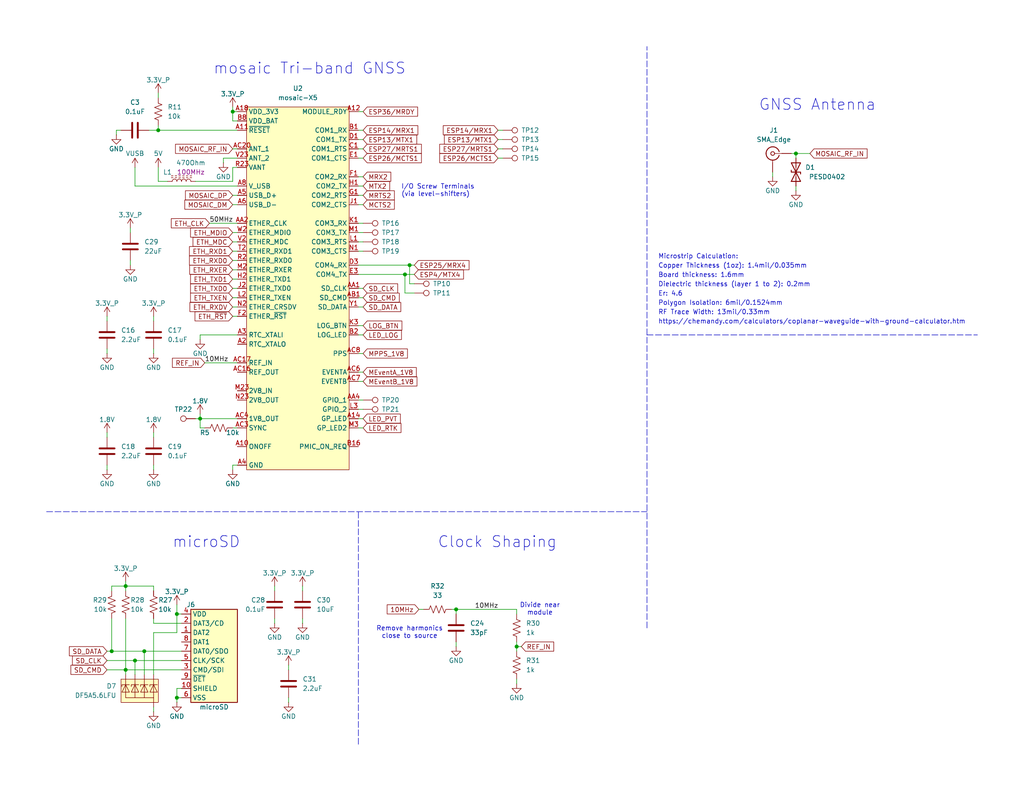
<source format=kicad_sch>
(kicad_sch (version 20231120) (generator "eeschema") (generator_version "8.0")
  (paper "USLetter")
  (junction (at 34.29 182.88))
  (junction (at 34.29 160.02))
  (junction (at 111.76 72.39))
  (junction (at 63.5 30.48))
  (junction (at 110.49 74.93))
  (junction (at 36.83 180.34))
  (junction (at 48.26 167.64))
  (junction (at 140.97 176.53))
  (junction (at 124.46 166.37))
  (junction (at 48.26 190.5))
  (junction (at 217.17 41.91))
  (junction (at 54.61 114.3))
  (junction (at 39.37 177.8))
  (junction (at 43.18 35.56))
  (junction (at 30.48 177.8))
  (wire (pts (xy 97.79 91.44) (xy 99.06 91.44)))
  (wire (pts (xy 140.97 185.42) (xy 140.97 186.69)))
  (wire (pts (xy 97.79 78.74) (xy 99.06 78.74)))
  (wire (pts (xy 57.15 60.96) (xy 64.77 60.96)))
  (wire (pts (xy 63.5 53.34) (xy 64.77 53.34)))
  (wire (pts (xy 113.03 80.01) (xy 110.49 80.01)))
  (wire (pts (xy 29.21 87.63) (xy 29.21 86.36)))
  (wire (pts (xy 78.74 191.77) (xy 78.74 190.5)))
  (wire (pts (xy 74.93 160.02) (xy 74.93 161.29)))
  (wire (pts (xy 97.79 53.34) (xy 99.06 53.34)))
  (wire (pts (xy 64.77 45.72) (xy 63.5 45.72)))
  (wire (pts (xy 217.17 41.91) (xy 217.17 43.18)))
  (wire (pts (xy 63.5 30.48) (xy 63.5 29.21)))
  (wire (pts (xy 64.77 114.3) (xy 54.61 114.3)))
  (polyline (pts (xy 97.79 203.2) (xy 97.79 139.7)) (stroke (width 0) (type dash)))
  (wire (pts (xy 97.79 96.52) (xy 99.06 96.52)))
  (wire (pts (xy 63.5 40.64) (xy 64.77 40.64)))
  (wire (pts (xy 39.37 177.8) (xy 49.53 177.8)))
  (wire (pts (xy 63.5 68.58) (xy 64.77 68.58)))
  (wire (pts (xy 97.79 83.82) (xy 99.06 83.82)))
  (wire (pts (xy 43.18 34.29) (xy 43.18 35.56)))
  (wire (pts (xy 110.49 80.01) (xy 110.49 74.93)))
  (wire (pts (xy 97.79 66.04) (xy 99.06 66.04)))
  (wire (pts (xy 41.91 184.15) (xy 41.91 172.72)))
  (wire (pts (xy 97.79 55.88) (xy 99.06 55.88)))
  (wire (pts (xy 111.76 72.39) (xy 113.03 72.39)))
  (wire (pts (xy 54.61 114.3) (xy 54.61 113.03)))
  (wire (pts (xy 63.5 127) (xy 63.5 128.27)))
  (wire (pts (xy 63.5 66.04) (xy 64.77 66.04)))
  (wire (pts (xy 60.96 43.18) (xy 64.77 43.18)))
  (wire (pts (xy 29.21 118.11) (xy 29.21 119.38)))
  (wire (pts (xy 99.06 50.8) (xy 97.79 50.8)))
  (wire (pts (xy 64.77 127) (xy 63.5 127)))
  (wire (pts (xy 63.5 83.82) (xy 64.77 83.82)))
  (wire (pts (xy 30.48 161.29) (xy 30.48 160.02)))
  (wire (pts (xy 97.79 111.76) (xy 99.06 111.76)))
  (wire (pts (xy 74.93 168.91) (xy 74.93 170.18)))
  (wire (pts (xy 97.79 74.93) (xy 110.49 74.93)))
  (wire (pts (xy 64.77 30.48) (xy 63.5 30.48)))
  (wire (pts (xy 36.83 45.72) (xy 36.83 50.8)))
  (wire (pts (xy 97.79 35.56) (xy 99.06 35.56)))
  (wire (pts (xy 97.79 88.9) (xy 99.06 88.9)))
  (wire (pts (xy 210.82 48.26) (xy 210.82 46.99)))
  (wire (pts (xy 97.79 114.3) (xy 99.06 114.3)))
  (wire (pts (xy 135.89 38.1) (xy 137.16 38.1)))
  (wire (pts (xy 63.5 116.84) (xy 64.77 116.84)))
  (wire (pts (xy 34.29 182.88) (xy 34.29 184.15)))
  (wire (pts (xy 39.37 177.8) (xy 39.37 184.15)))
  (wire (pts (xy 35.56 63.5) (xy 35.56 62.23)))
  (wire (pts (xy 29.21 182.88) (xy 34.29 182.88)))
  (wire (pts (xy 82.55 168.91) (xy 82.55 170.18)))
  (wire (pts (xy 35.56 72.39) (xy 35.56 71.12)))
  (wire (pts (xy 97.79 72.39) (xy 111.76 72.39)))
  (wire (pts (xy 63.5 71.12) (xy 64.77 71.12)))
  (wire (pts (xy 123.19 166.37) (xy 124.46 166.37)))
  (wire (pts (xy 63.5 86.36) (xy 64.77 86.36)))
  (wire (pts (xy 54.61 116.84) (xy 54.61 114.3)))
  (wire (pts (xy 34.29 158.75) (xy 34.29 160.02)))
  (wire (pts (xy 124.46 166.37) (xy 140.97 166.37)))
  (wire (pts (xy 41.91 87.63) (xy 41.91 86.36)))
  (wire (pts (xy 36.83 180.34) (xy 36.83 184.15)))
  (wire (pts (xy 34.29 160.02) (xy 34.29 161.29)))
  (wire (pts (xy 140.97 167.64) (xy 140.97 166.37)))
  (wire (pts (xy 33.02 35.56) (xy 31.75 35.56)))
  (wire (pts (xy 34.29 160.02) (xy 41.91 160.02)))
  (wire (pts (xy 41.91 172.72) (xy 48.26 172.72)))
  (wire (pts (xy 97.79 30.48) (xy 99.06 30.48)))
  (wire (pts (xy 45.72 49.53) (xy 43.18 49.53)))
  (wire (pts (xy 41.91 170.18) (xy 49.53 170.18)))
  (wire (pts (xy 63.5 55.88) (xy 64.77 55.88)))
  (wire (pts (xy 54.61 91.44) (xy 54.61 92.71)))
  (wire (pts (xy 124.46 166.37) (xy 124.46 167.64)))
  (wire (pts (xy 34.29 168.91) (xy 34.29 182.88)))
  (wire (pts (xy 30.48 160.02) (xy 34.29 160.02)))
  (wire (pts (xy 36.83 50.8) (xy 64.77 50.8)))
  (wire (pts (xy 97.79 40.64) (xy 99.06 40.64)))
  (wire (pts (xy 30.48 177.8) (xy 39.37 177.8)))
  (wire (pts (xy 48.26 187.96) (xy 48.26 190.5)))
  (wire (pts (xy 53.34 114.3) (xy 54.61 114.3)))
  (wire (pts (xy 30.48 168.91) (xy 30.48 177.8)))
  (wire (pts (xy 63.5 81.28) (xy 64.77 81.28)))
  (wire (pts (xy 31.75 35.56) (xy 31.75 36.83)))
  (wire (pts (xy 41.91 128.27) (xy 41.91 127)))
  (wire (pts (xy 99.06 48.26) (xy 97.79 48.26)))
  (wire (pts (xy 63.5 76.2) (xy 64.77 76.2)))
  (polyline (pts (xy 12.7 139.7) (xy 176.53 139.7)) (stroke (width 0) (type dash)))
  (wire (pts (xy 97.79 109.22) (xy 99.06 109.22)))
  (wire (pts (xy 55.88 116.84) (xy 54.61 116.84)))
  (wire (pts (xy 135.89 35.56) (xy 137.16 35.56)))
  (wire (pts (xy 97.79 116.84) (xy 99.06 116.84)))
  (wire (pts (xy 124.46 175.26) (xy 124.46 176.53)))
  (wire (pts (xy 55.88 99.06) (xy 64.77 99.06)))
  (wire (pts (xy 99.06 60.96) (xy 97.79 60.96)))
  (wire (pts (xy 97.79 104.14) (xy 99.06 104.14)))
  (wire (pts (xy 48.26 167.64) (xy 48.26 172.72)))
  (wire (pts (xy 217.17 41.91) (xy 220.98 41.91)))
  (wire (pts (xy 29.21 177.8) (xy 30.48 177.8)))
  (wire (pts (xy 135.89 43.18) (xy 137.16 43.18)))
  (wire (pts (xy 111.76 77.47) (xy 111.76 72.39)))
  (wire (pts (xy 48.26 167.64) (xy 49.53 167.64)))
  (wire (pts (xy 40.64 35.56) (xy 43.18 35.56)))
  (wire (pts (xy 63.5 73.66) (xy 64.77 73.66)))
  (wire (pts (xy 48.26 165.1) (xy 48.26 167.64)))
  (wire (pts (xy 97.79 43.18) (xy 99.06 43.18)))
  (wire (pts (xy 215.9 41.91) (xy 217.17 41.91)))
  (wire (pts (xy 43.18 45.72) (xy 43.18 49.53)))
  (wire (pts (xy 78.74 182.88) (xy 78.74 181.61)))
  (wire (pts (xy 135.89 40.64) (xy 137.16 40.64)))
  (wire (pts (xy 43.18 35.56) (xy 64.77 35.56)))
  (wire (pts (xy 140.97 175.26) (xy 140.97 176.53)))
  (wire (pts (xy 49.53 187.96) (xy 48.26 187.96)))
  (wire (pts (xy 110.49 74.93) (xy 113.03 74.93)))
  (wire (pts (xy 43.18 25.4) (xy 43.18 26.67)))
  (wire (pts (xy 41.91 160.02) (xy 41.91 161.29)))
  (wire (pts (xy 41.91 193.04) (xy 41.91 194.31)))
  (polyline (pts (xy 176.53 171.45) (xy 176.53 12.7)) (stroke (width 0) (type dash)))
  (wire (pts (xy 82.55 160.02) (xy 82.55 161.29)))
  (polyline (pts (xy 176.53 91.44) (xy 266.7 91.44)) (stroke (width 0) (type dash)))
  (wire (pts (xy 60.96 43.18) (xy 60.96 44.45)))
  (wire (pts (xy 113.03 77.47) (xy 111.76 77.47)))
  (wire (pts (xy 63.5 30.48) (xy 63.5 33.02)))
  (wire (pts (xy 97.79 68.58) (xy 99.06 68.58)))
  (wire (pts (xy 29.21 96.52) (xy 29.21 95.25)))
  (wire (pts (xy 64.77 91.44) (xy 54.61 91.44)))
  (wire (pts (xy 36.83 180.34) (xy 49.53 180.34)))
  (wire (pts (xy 49.53 190.5) (xy 48.26 190.5)))
  (wire (pts (xy 217.17 52.07) (xy 217.17 50.8)))
  (wire (pts (xy 97.79 38.1) (xy 99.06 38.1)))
  (wire (pts (xy 97.79 81.28) (xy 99.06 81.28)))
  (wire (pts (xy 41.91 96.52) (xy 41.91 95.25)))
  (wire (pts (xy 48.26 190.5) (xy 48.26 191.77)))
  (wire (pts (xy 114.3 166.37) (xy 115.57 166.37)))
  (wire (pts (xy 53.34 49.53) (xy 63.5 49.53)))
  (wire (pts (xy 29.21 180.34) (xy 36.83 180.34)))
  (wire (pts (xy 140.97 176.53) (xy 142.24 176.53)))
  (wire (pts (xy 63.5 78.74) (xy 64.77 78.74)))
  (wire (pts (xy 29.21 128.27) (xy 29.21 127)))
  (wire (pts (xy 97.79 101.6) (xy 99.06 101.6)))
  (wire (pts (xy 34.29 182.88) (xy 49.53 182.88)))
  (wire (pts (xy 99.06 63.5) (xy 97.79 63.5)))
  (wire (pts (xy 41.91 168.91) (xy 41.91 170.18)))
  (wire (pts (xy 63.5 33.02) (xy 64.77 33.02)))
  (wire (pts (xy 140.97 176.53) (xy 140.97 177.8)))
  (wire (pts (xy 41.91 118.11) (xy 41.91 119.38)))
  (wire (pts (xy 63.5 63.5) (xy 64.77 63.5)))
  (wire (pts (xy 63.5 45.72) (xy 63.5 49.53)))
  (text "Er: 4.6" (at 179.578 81.026 0) (effects (font (size 1.27 1.27)) (justify left bottom)))
  (text "Polygon Isolation: 6mil/0.1524mm" (at 179.578 83.566 0) (effects (font (size 1.27 1.27)) (justify left bottom)))
  (text "Remove harmonics\nclose to source" (at 111.76 172.72 0) (effects (font (size 1.27 1.27))))
  (text "Dielectric thickness (layer 1 to 2): 0.2mm" (at 179.578 78.486 0) (effects (font (size 1.27 1.27)) (justify left bottom)))
  (text "Clock Shaping" (at 119.38 149.86 0) (effects (font (size 3 3)) (justify left bottom)))
  (text "Board thickness: 1.6mm" (at 179.578 75.946 0) (effects (font (size 1.27 1.27)) (justify left bottom)))
  (text "mosaic Tri-band GNSS\n" (at 58.166 20.574 0) (effects (font (size 3 3)) (justify left bottom)))
  (text "Microstrip Calculation:" (at 179.578 70.866 0) (effects (font (size 1.27 1.27)) (justify left bottom)))
  (text "I/O Screw Terminals\n(via level-shifters)" (at 109.474 53.848 0) (effects (font (size 1.27 1.27)) (justify left bottom)))
  (text "https://chemandy.com/calculators/coplanar-waveguide-with-ground-calculator.htm" (at 179.578 88.646 0) (effects (font (size 1.27 1.27)) (justify left bottom)))
  (text "Copper Thickness (1oz): 1.4mil/0.035mm" (at 179.578 73.406 0) (effects (font (size 1.27 1.27)) (justify left bottom)))
  (text "Divide near\nmodule" (at 147.32 166.37 0) (effects (font (size 1.27 1.27))))
  (text "GNSS Antenna\n" (at 207.01 30.48 0) (effects (font (size 3 3)) (justify left bottom)))
  (text "microSD" (at 46.99 149.86 0) (effects (font (size 3 3)) (justify left bottom)))
  (text "RF Trace Width: 13mil/0.33mm" (at 179.578 86.106 0) (effects (font (size 1.27 1.27)) (justify left bottom)))
  (label "50MHz" (at 57.15 60.96 0))
  (label "10MHz" (at 129.54 166.37 0))
  (label "10MHz" (at 55.88 99.06 0))
  (global_label "MOSAIC_DP" (shape input) (at 63.5 53.34 180) (property "Intersheetrefs" "${INTERSHEET_REFS}" (effects (hide yes))))
  (global_label "ESP14{slash}MRX1" (shape input) (at 99.06 35.56 0) (property "Intersheetrefs" "${INTERSHEET_REFS}" (effects (hide yes))))
  (global_label "ESP26{slash}MCTS1" (shape input) (at 99.06 43.18 0) (property "Intersheetrefs" "${INTERSHEET_REFS}" (effects (hide yes))))
  (global_label "ESP25{slash}MRX4" (shape input) (at 113.03 72.39 0) (property "Intersheetrefs" "${INTERSHEET_REFS}" (effects (hide yes))))
  (global_label "ESP13{slash}MTX1" (shape input) (at 135.89 38.1 180) (property "Intersheetrefs" "${INTERSHEET_REFS}" (effects (hide yes))))
  (global_label "SD_CLK" (shape input) (at 29.21 180.34 180) (property "Intersheetrefs" "${INTERSHEET_REFS}" (effects (hide yes))))
  (global_label "SD_DATA" (shape input) (at 99.06 83.82 0) (property "Intersheetrefs" "${INTERSHEET_REFS}" (effects (hide yes))))
  (global_label "ESP26{slash}MCTS1" (shape input) (at 135.89 43.18 180) (property "Intersheetrefs" "${INTERSHEET_REFS}" (effects (hide yes))))
  (global_label "ETH_RXD1" (shape input) (at 63.5 68.58 180) (property "Intersheetrefs" "${INTERSHEET_REFS}" (effects (hide yes))))
  (global_label "ESP14{slash}MRX1" (shape input) (at 135.89 35.56 180) (property "Intersheetrefs" "${INTERSHEET_REFS}" (effects (hide yes))))
  (global_label "MCTS2" (shape input) (at 99.06 55.88 0) (property "Intersheetrefs" "${INTERSHEET_REFS}" (effects (hide yes))))
  (global_label "ESP27{slash}MRTS1" (shape input) (at 99.06 40.64 0) (property "Intersheetrefs" "${INTERSHEET_REFS}" (effects (hide yes))))
  (global_label "ESP36{slash}MRDY" (shape input) (at 99.06 30.48 0) (property "Intersheetrefs" "${INTERSHEET_REFS}" (effects (hide yes))))
  (global_label "10MHz" (shape input) (at 114.3 166.37 180) (property "Intersheetrefs" "${INTERSHEET_REFS}" (effects (hide yes))))
  (global_label "ESP27{slash}MRTS1" (shape input) (at 135.89 40.64 180) (property "Intersheetrefs" "${INTERSHEET_REFS}" (effects (hide yes))))
  (global_label "MPPS_1V8" (shape input) (at 99.06 96.52 0) (property "Intersheetrefs" "${INTERSHEET_REFS}" (effects (hide yes))))
  (global_label "MEventA_1V8" (shape input) (at 99.06 101.6 0) (property "Intersheetrefs" "${INTERSHEET_REFS}" (effects (hide yes))))
  (global_label "ETH_TXD1" (shape input) (at 63.5 76.2 180) (property "Intersheetrefs" "${INTERSHEET_REFS}" (effects (hide yes))))
  (global_label "MOSAIC_DM" (shape input) (at 63.5 55.88 180) (property "Intersheetrefs" "${INTERSHEET_REFS}" (effects (hide yes))))
  (global_label "MEventB_1V8" (shape input) (at 99.06 104.14 0) (property "Intersheetrefs" "${INTERSHEET_REFS}" (effects (hide yes))))
  (global_label "ETH_MDIO" (shape input) (at 63.5 63.5 180) (property "Intersheetrefs" "${INTERSHEET_REFS}" (effects (hide yes))))
  (global_label "SD_DATA" (shape input) (at 29.21 177.8 180) (property "Intersheetrefs" "${INTERSHEET_REFS}" (effects (hide yes))))
  (global_label "ETH_MDC" (shape input) (at 63.5 66.04 180) (property "Intersheetrefs" "${INTERSHEET_REFS}" (effects (hide yes))))
  (global_label "LED_PVT" (shape input) (at 99.06 114.3 0) (property "Intersheetrefs" "${INTERSHEET_REFS}" (effects (hide yes))))
  (global_label "ETH_TXD0" (shape input) (at 63.5 78.74 180) (property "Intersheetrefs" "${INTERSHEET_REFS}" (effects (hide yes))))
  (global_label "ETH_TXEN" (shape input) (at 63.5 81.28 180) (property "Intersheetrefs" "${INTERSHEET_REFS}" (effects (hide yes))))
  (global_label "ETH_CLK" (shape input) (at 57.15 60.96 180) (property "Intersheetrefs" "${INTERSHEET_REFS}" (effects (hide yes))))
  (global_label "REF_IN" (shape input) (at 55.88 99.06 180) (property "Intersheetrefs" "${INTERSHEET_REFS}" (effects (hide yes))))
  (global_label "MTX2" (shape input) (at 99.06 50.8 0) (property "Intersheetrefs" "${INTERSHEET_REFS}" (effects (hide yes))))
  (global_label "ESP4{slash}MTX4" (shape input) (at 113.03 74.93 0) (property "Intersheetrefs" "${INTERSHEET_REFS}" (effects (hide yes))))
  (global_label "ETH_RXER" (shape input) (at 63.5 73.66 180) (property "Intersheetrefs" "${INTERSHEET_REFS}" (effects (hide yes))))
  (global_label "LOG_BTN" (shape input) (at 99.06 88.9 0) (property "Intersheetrefs" "${INTERSHEET_REFS}" (effects (hide yes))))
  (global_label "SD_CMD" (shape input) (at 99.06 81.28 0) (property "Intersheetrefs" "${INTERSHEET_REFS}" (effects (hide yes))))
  (global_label "LED_RTK" (shape input) (at 99.06 116.84 0) (property "Intersheetrefs" "${INTERSHEET_REFS}" (effects (hide yes))))
  (global_label "MRTS2" (shape input) (at 99.06 53.34 0) (property "Intersheetrefs" "${INTERSHEET_REFS}" (effects (hide yes))))
  (global_label "ETH_RXDV" (shape input) (at 63.5 83.82 180) (property "Intersheetrefs" "${INTERSHEET_REFS}" (effects (hide yes))))
  (global_label "SD_CLK" (shape input) (at 99.06 78.74 0) (property "Intersheetrefs" "${INTERSHEET_REFS}" (effects (hide yes))))
  (global_label "ETH_~{RST}" (shape input) (at 63.5 86.36 180) (property "Intersheetrefs" "${INTERSHEET_REFS}" (effects (hide yes))))
  (global_label "ESP13{slash}MTX1" (shape input) (at 99.06 38.1 0) (property "Intersheetrefs" "${INTERSHEET_REFS}" (effects (hide yes))))
  (global_label "MRX2" (shape input) (at 99.06 48.26 0) (property "Intersheetrefs" "${INTERSHEET_REFS}" (effects (hide yes))))
  (global_label "MOSAIC_RF_IN" (shape input) (at 63.5 40.64 180) (property "Intersheetrefs" "${INTERSHEET_REFS}" (effects (hide yes))))
  (global_label "ETH_RXD0" (shape input) (at 63.5 71.12 180) (property "Intersheetrefs" "${INTERSHEET_REFS}" (effects (hide yes))))
  (global_label "REF_IN" (shape input) (at 142.24 176.53 0) (property "Intersheetrefs" "${INTERSHEET_REFS}" (effects (hide yes))))
  (global_label "LED_LOG" (shape input) (at 99.06 91.44 0) (property "Intersheetrefs" "${INTERSHEET_REFS}" (effects (hide yes))))
  (global_label "MOSAIC_RF_IN" (shape input) (at 220.98 41.91 0) (property "Intersheetrefs" "${INTERSHEET_REFS}" (effects (hide yes))))
  (global_label "SD_CMD" (shape input) (at 29.21 182.88 180) (property "Intersheetrefs" "${INTERSHEET_REFS}" (effects (hide yes))))
  (symbol (lib_id "SparkFun-PowerSymbol:3.3V_P") (at 78.74 181.61 0) (unit 1)
    (property "Reference" "#PWR0107" (effects (hide yes)))
    (property "Value" "3.3V_P" (at 78.74 178.054 0))
    (property "Description" "Power symbol creates a global label with name \"3.3V_P\"" (effects (hide yes)))
  )
  (symbol (lib_id "SparkFun-Resistor:10k_0603") (at 30.48 165.1 90) (mirror x) (unit 1)
    (property "Reference" "R29" (at 29.21 163.83 90) (effects (justify left)))
    (property "Value" "10k" (at 29.21 166.37 90) (effects (justify left)))
    (property "Footprint" "SparkFun-Resistor:R_0603_1608Metric" (effects (hide yes)))
    (property "Datasheet" "https://www.vishay.com/docs/20035/dcrcwe3.pdf" (effects (hide yes)))
    (property "Description" "Resistor" (effects (hide yes)))
    (property "PROD_ID" "RES-00824" (effects (hide yes)))
  )
  (symbol (lib_id "SparkFun-DiscreteSemi:D_TVS_0402") (at 217.17 46.99 90) (unit 1)
    (property "Reference" "D1" (at 219.71 45.72 90) (effects (justify right)))
    (property "Value" " PESD0402" (at 219.71 48.26 90) (effects (justify right)))
    (property "Footprint" "SparkFun-Capacitor:C_0402_1005Metric" (effects (hide yes)))
    (property "Datasheet" "https://www.littelfuse.com/~/media/electronics/product_specifications/polymer_esd_suppressors/littelfuse_polymer_esd_suppressor_pesd0402_140_product_specification.pdf.pdf" (effects (hide yes)))
    (property "Description" "Bidirectional transient-voltage-suppression diode" (effects (hide yes)))
    (property "PROD_ID" "DIO-15359" (effects (hide yes)))
  )
  (symbol (lib_id "SparkFun-Connector:TestPoint_PTH") (at 137.16 43.18 270) (unit 1)
    (property "Reference" "TP15" (at 142.24 43.1799 90) (effects (justify left)))
    (property "Value" "PTH" (effects (hide yes)))
    (property "Footprint" "SparkFun-Connector:1x01" (effects (hide yes)))
    (property "Description" "Test Point" (effects (hide yes)))
  )
  (symbol (lib_id "power:GND") (at 31.75 36.83 0) (unit 1)
    (property "Reference" "#PWR040" (effects (hide yes)))
    (property "Value" "GND" (at 31.75 40.64 0))
    (property "Description" "Power symbol creates a global label with name \"GND\" , ground" (effects (hide yes)))
  )
  (symbol (lib_id "power:GND") (at 41.91 96.52 0) (unit 1)
    (property "Reference" "#PWR0103" (effects (hide yes)))
    (property "Value" "GND" (at 41.91 100.33 0))
    (property "Description" "Power symbol creates a global label with name \"GND\" , ground" (effects (hide yes)))
    (instances (project "SparkFun_BlueSMiRF-ESP32" (path "" (reference "#PWR0103") (unit 1))) (project "SparkFun_RTK_Facet_mosaic" (path "" (reference "#PWR091") (unit 1))))
  )
  (symbol (lib_id "SparkFun-GPS:mosaic-X5") (at 81.28 72.39 0) (unit 1)
    (property "Reference" "U2" (at 81.28 24.13 0))
    (property "Value" "mosaic-X5" (at 81.28 26.67 0))
    (property "Footprint" "SparkFun-GPS:MOSAIC_LGA" (effects (hide yes)))
    (property "Description" "Tri-band GNSS receiver" (effects (hide yes)))
    (property "PROD_ID" "GPS-19395" (effects (hide yes)))
  )
  (symbol (lib_id "SparkFun-Coil:470Ohm_0603_1.0A") (at 49.53 49.53 0) (unit 1)
    (property "Reference" "L1" (at 45.72 46.99 0))
    (property "Value" "470Ohm" (at 52.07 44.45 0))
    (property "Footprint" "SparkFun-Capacitor:C_0603_1608Metric" (effects (hide yes)))
    (property "Datasheet" "http://www.murata.com/en-global/api/pdfdownloadapi?cate=luNoiseSupprFilteChipFerriBead&partno=BLM18PG471SN1%23" (effects (hide yes)))
    (property "Description" "Inductor" (effects (hide yes)))
    (property "PROD_ID" "NDUC-12579" (effects (hide yes)))
    (property "Frequency" "100MHz" (at 52.07 46.99 0))
  )
  (symbol (lib_id "SparkFun-Connector:TestPoint_PTH") (at 137.16 35.56 270) (unit 1)
    (property "Reference" "TP12" (at 142.24 35.5599 90) (effects (justify left)))
    (property "Value" "PTH" (effects (hide yes)))
    (property "Footprint" "SparkFun-Connector:1x01" (effects (hide yes)))
    (property "Description" "Test Point" (effects (hide yes)))
  )
  (symbol (lib_id "SparkFun-PowerSymbol:5V") (at 43.18 45.72 0) (unit 1)
    (property "Reference" "#PWR08" (effects (hide yes)))
    (property "Value" "5V" (at 43.18 41.91 0))
    (property "Description" "Power symbol creates a global label with name \"5V\"" (effects (hide yes)))
  )
  (symbol (lib_id "SparkFun-DiscreteSemi:D_TVS_ESD_4_HS") (at 36.83 187.96 0) (unit 1)
    (property "Reference" "D7" (at 31.75 187.3249 0) (effects (justify right)))
    (property "Value" "DF5A5.6LFU" (at 31.75 189.8649 0) (effects (justify right)))
    (property "Footprint" "SparkFun-Semiconductor-Standard:SOT-353" (effects (hide yes)))
    (property "Datasheet" "https://toshiba.semicon-storage.com/info/DF5A5.6LFU_datasheet_en_20140301.pdf?did=22260&prodName=DF5A5.6LFU" (effects (hide yes)))
    (property "Description" "Low capacitance microSD unidirectional quadruple ESD protection diode array, 3.3V, Common Anode, SOT-353" (effects (hide yes)))
    (property "PROD_ID" "DIO-20454" (effects (hide yes)))
  )
  (symbol (lib_id "SparkFun-Resistor:10k_0603") (at 59.69 116.84 0) (unit 1)
    (property "Reference" "R5" (at 55.88 118.11 0))
    (property "Value" "10k" (at 63.5 118.11 0))
    (property "Footprint" "SparkFun-Resistor:R_0603_1608Metric" (effects (hide yes)))
    (property "Datasheet" "https://www.vishay.com/docs/20035/dcrcwe3.pdf" (effects (hide yes)))
    (property "Description" "Resistor" (effects (hide yes)))
    (property "PROD_ID" "RES-00824" (effects (hide yes)))
  )
  (symbol (lib_id "power:GND") (at 54.61 92.71 0) (unit 1)
    (property "Reference" "#PWR0103" (effects (hide yes)))
    (property "Value" "GND" (at 54.61 96.52 0))
    (property "Description" "Power symbol creates a global label with name \"GND\" , ground" (effects (hide yes)))
    (instances (project "SparkFun_BlueSMiRF-ESP32" (path "" (reference "#PWR0103") (unit 1))) (project "SparkFun_RTK_Facet_mosaic" (path "" (reference "#PWR012") (unit 1))))
  )
  (symbol (lib_id "power:GND") (at 29.21 96.52 0) (unit 1)
    (property "Reference" "#PWR0103" (effects (hide yes)))
    (property "Value" "GND" (at 29.21 100.33 0))
    (property "Description" "Power symbol creates a global label with name \"GND\" , ground" (effects (hide yes)))
    (instances (project "SparkFun_BlueSMiRF-ESP32" (path "" (reference "#PWR0103") (unit 1))) (project "SparkFun_RTK_Facet_mosaic" (path "" (reference "#PWR089") (unit 1))))
  )
  (symbol (lib_id "SparkFun-Connector:TestPoint_PTH") (at 99.06 109.22 270) (mirror x) (unit 1)
    (property "Reference" "TP20" (at 104.14 109.2199 90) (effects (justify left)))
    (property "Value" "PTH" (effects (hide yes)))
    (property "Footprint" "SparkFun-Connector:1x01" (effects (hide yes)))
    (property "Description" "Test Point" (effects (hide yes)))
  )
  (symbol (lib_id "power:GND") (at 41.91 194.31 0) (unit 1)
    (property "Reference" "#PWR067" (effects (hide yes)))
    (property "Value" "GND" (at 41.91 198.12 0))
    (property "Description" "Power symbol creates a global label with name \"GND\" , ground" (effects (hide yes)))
  )
  (symbol (lib_id "SparkFun-Connector:TestPoint_PTH") (at 99.06 66.04 270) (mirror x) (unit 1)
    (property "Reference" "TP18" (at 104.14 66.0399 90) (effects (justify left)))
    (property "Value" "PTH" (effects (hide yes)))
    (property "Footprint" "SparkFun-Connector:1x01" (effects (hide yes)))
    (property "Description" "Test Point" (effects (hide yes)))
  )
  (symbol (lib_id "power:GND") (at 82.55 170.18 0) (unit 1)
    (property "Reference" "#PWR093" (effects (hide yes)))
    (property "Value" "GND" (at 82.55 173.99 0))
    (property "Description" "Power symbol creates a global label with name \"GND\" , ground" (effects (hide yes)))
  )
  (symbol (lib_id "SparkFun-Capacitor:0.1uF_0603_25V_20%") (at 41.91 123.19 0) (unit 1)
    (property "Reference" "C19" (at 45.72 121.9199 0) (effects (justify left)))
    (property "Value" "0.1uF" (at 45.72 124.4599 0) (effects (justify left)))
    (property "Footprint" "SparkFun-Capacitor:C_0603_1608Metric" (effects (hide yes)))
    (property "Datasheet" "https://cdn.sparkfun.com/assets/8/a/4/a/5/Kemet_Capacitor_Datasheet.pdf" (effects (hide yes)))
    (property "Description" "Unpolarized capacitor" (effects (hide yes)))
    (property "PROD_ID" "CAP-00810" (effects (hide yes)))
    (property "Voltage" "25V" (effects (hide yes)))
    (property "Tolerance" "20%" (effects (hide yes)))
  )
  (symbol (lib_id "SparkFun-Connector:TestPoint_PTH") (at 53.34 114.3 90) (unit 1)
    (property "Reference" "TP22" (at 50.038 111.76 90))
    (property "Value" "PTH" (effects (hide yes)))
    (property "Footprint" "SparkFun-Connector:1x01" (effects (hide yes)))
    (property "Description" "Test Point" (effects (hide yes)))
  )
  (symbol (lib_id "SparkFun-Connector:TestPoint_PTH") (at 99.06 63.5 270) (mirror x) (unit 1)
    (property "Reference" "TP17" (at 104.14 63.4999 90) (effects (justify left)))
    (property "Value" "PTH" (effects (hide yes)))
    (property "Footprint" "SparkFun-Connector:1x01" (effects (hide yes)))
    (property "Description" "Test Point" (effects (hide yes)))
  )
  (symbol (lib_id "power:GND") (at 63.5 128.27 0) (unit 1)
    (property "Reference" "#PWR0103" (effects (hide yes)))
    (property "Value" "GND" (at 63.5 132.08 0))
    (property "Description" "Power symbol creates a global label with name \"GND\" , ground" (effects (hide yes)))
    (instances (project "SparkFun_BlueSMiRF-ESP32" (path "" (reference "#PWR0103") (unit 1))) (project "SparkFun_RTK_Facet_mosaic" (path "" (reference "#PWR079") (unit 1))))
  )
  (symbol (lib_id "power:GND") (at 35.56 72.39 0) (unit 1)
    (property "Reference" "#PWR0103" (effects (hide yes)))
    (property "Value" "GND" (at 35.56 76.2 0))
    (property "Description" "Power symbol creates a global label with name \"GND\" , ground" (effects (hide yes)))
    (instances (project "SparkFun_BlueSMiRF-ESP32" (path "" (reference "#PWR0103") (unit 1))) (project "SparkFun_RTK_Facet_mosaic" (path "" (reference "#PWR011") (unit 1))))
  )
  (symbol (lib_id "SparkFun-PowerSymbol:3.3V_P") (at 41.91 86.36 0) (unit 1)
    (property "Reference" "#PWR088" (effects (hide yes)))
    (property "Value" "3.3V_P" (at 41.91 82.804 0))
    (property "Description" "Power symbol creates a global label with name \"3.3V_P\"" (effects (hide yes)))
  )
  (symbol (lib_id "SparkFun-Connector:TestPoint_PTH") (at 99.06 60.96 270) (mirror x) (unit 1)
    (property "Reference" "TP16" (at 104.14 60.9599 90) (effects (justify left)))
    (property "Value" "PTH" (effects (hide yes)))
    (property "Footprint" "SparkFun-Connector:1x01" (effects (hide yes)))
    (property "Description" "Test Point" (effects (hide yes)))
  )
  (symbol (lib_id "SparkFun-PowerSymbol:1.8V") (at 29.21 118.11 0) (unit 1)
    (property "Reference" "#PWR064" (effects (hide yes)))
    (property "Value" "1.8V" (at 29.21 114.554 0))
    (property "Description" "Power symbol creates a global label with name \"1.8V\"" (effects (hide yes)))
  )
  (symbol (lib_id "SparkFun-Capacitor:2.2uF_0603_10V_20%") (at 29.21 123.19 0) (mirror y) (unit 1)
    (property "Reference" "C18" (at 33.02 121.9199 0) (effects (justify right)))
    (property "Value" "2.2uF" (at 33.02 124.4599 0) (effects (justify right)))
    (property "Footprint" "SparkFun-Capacitor:C_0603_1608Metric" (effects (hide yes)))
    (property "Datasheet" "https://cdn.sparkfun.com/assets/8/a/4/a/5/Kemet_Capacitor_Datasheet.pdf" (effects (hide yes)))
    (property "Description" "Unpolarized capacitor" (effects (hide yes)))
    (property "PROD_ID" "CAP-07888" (effects (hide yes)))
    (property "Voltage" "10V" (effects (hide yes)))
    (property "Tolerance" "20%" (effects (hide yes)))
  )
  (symbol (lib_id "SparkFun-Resistor:1k_0603") (at 140.97 181.61 90) (unit 1)
    (property "Reference" "R31" (at 143.51 180.3399 90) (effects (justify right)))
    (property "Value" "1k" (at 143.51 182.8799 90) (effects (justify right)))
    (property "Footprint" "SparkFun-Resistor:R_0603_1608Metric" (effects (hide yes)))
    (property "Datasheet" "https://www.vishay.com/docs/20035/dcrcwe3.pdf" (effects (hide yes)))
    (property "Description" "Resistor" (effects (hide yes)))
    (property "PROD_ID" "RES-07856" (effects (hide yes)))
  )
  (symbol (lib_id "SparkFun-Connector:TestPoint_PTH") (at 137.16 40.64 270) (unit 1)
    (property "Reference" "TP14" (at 142.24 40.6399 90) (effects (justify left)))
    (property "Value" "PTH" (effects (hide yes)))
    (property "Footprint" "SparkFun-Connector:1x01" (effects (hide yes)))
    (property "Description" "Test Point" (effects (hide yes)))
  )
  (symbol (lib_id "SparkFun-PowerSymbol:3.3V_P") (at 82.55 160.02 0) (unit 1)
    (property "Reference" "#PWR0106" (effects (hide yes)))
    (property "Value" "3.3V_P" (at 82.55 156.464 0))
    (property "Description" "Power symbol creates a global label with name \"3.3V_P\"" (effects (hide yes)))
  )
  (symbol (lib_id "SparkFun-PowerSymbol:VUSB") (at 36.83 45.72 0) (mirror y) (unit 1)
    (property "Reference" "#PWR010" (effects (hide yes)))
    (property "Value" "VUSB" (at 36.83 41.91 0))
    (property "Description" "Power symbol creates a global label with name \"VUSB\"" (effects (hide yes)))
  )
  (symbol (lib_id "SparkFun-Connector:TestPoint_PTH") (at 137.16 38.1 270) (unit 1)
    (property "Reference" "TP13" (at 142.24 38.0999 90) (effects (justify left)))
    (property "Value" "PTH" (effects (hide yes)))
    (property "Footprint" "SparkFun-Connector:1x01" (effects (hide yes)))
    (property "Description" "Test Point" (effects (hide yes)))
  )
  (symbol (lib_id "SparkFun-Capacitor:0.1uF_0603_25V_20%") (at 36.83 35.56 90) (unit 1)
    (property "Reference" "C3" (at 36.83 27.94 90))
    (property "Value" "0.1uF" (at 36.83 30.48 90))
    (property "Footprint" "SparkFun-Capacitor:C_0603_1608Metric" (effects (hide yes)))
    (property "Datasheet" "https://cdn.sparkfun.com/assets/8/a/4/a/5/Kemet_Capacitor_Datasheet.pdf" (effects (hide yes)))
    (property "Description" "Unpolarized capacitor" (effects (hide yes)))
    (property "PROD_ID" "CAP-00810" (effects (hide yes)))
    (property "Voltage" "25V" (effects (hide yes)))
    (property "Tolerance" "20%" (effects (hide yes)))
  )
  (symbol (lib_id "SparkFun-Capacitor:0.1uF_0603_25V_20%") (at 41.91 91.44 0) (unit 1)
    (property "Reference" "C17" (at 45.72 90.1699 0) (effects (justify left)))
    (property "Value" "0.1uF" (at 45.72 92.7099 0) (effects (justify left)))
    (property "Footprint" "SparkFun-Capacitor:C_0603_1608Metric" (effects (hide yes)))
    (property "Datasheet" "https://cdn.sparkfun.com/assets/8/a/4/a/5/Kemet_Capacitor_Datasheet.pdf" (effects (hide yes)))
    (property "Description" "Unpolarized capacitor" (effects (hide yes)))
    (property "PROD_ID" "CAP-00810" (effects (hide yes)))
    (property "Voltage" "25V" (effects (hide yes)))
    (property "Tolerance" "20%" (effects (hide yes)))
  )
  (symbol (lib_id "SparkFun-PowerSymbol:3.3V_P") (at 63.5 29.21 0) (unit 1)
    (property "Reference" "#PWR014" (effects (hide yes)))
    (property "Value" "3.3V_P" (at 63.5 25.654 0))
    (property "Description" "Power symbol creates a global label with name \"3.3V_P\"" (effects (hide yes)))
  )
  (symbol (lib_id "SparkFun-Capacitor:0.1uF_0603_25V_20%") (at 74.93 165.1 0) (unit 1)
    (property "Reference" "C28" (at 72.39 163.83 0) (effects (justify right)))
    (property "Value" "0.1uF" (at 72.39 166.37 0) (effects (justify right)))
    (property "Footprint" "SparkFun-Capacitor:C_0603_1608Metric" (effects (hide yes)))
    (property "Datasheet" "https://cdn.sparkfun.com/assets/8/a/4/a/5/Kemet_Capacitor_Datasheet.pdf" (effects (hide yes)))
    (property "Description" "Unpolarized capacitor" (effects (hide yes)))
    (property "PROD_ID" "CAP-00810" (effects (hide yes)))
    (property "Voltage" "25V" (effects (hide yes)))
    (property "Tolerance" "20%" (effects (hide yes)))
  )
  (symbol (lib_id "SparkFun-Connector:TestPoint_PTH") (at 99.06 68.58 270) (mirror x) (unit 1)
    (property "Reference" "TP19" (at 104.14 68.5799 90) (effects (justify left)))
    (property "Value" "PTH" (effects (hide yes)))
    (property "Footprint" "SparkFun-Connector:1x01" (effects (hide yes)))
    (property "Description" "Test Point" (effects (hide yes)))
  )
  (symbol (lib_id "SparkFun-RF:SMA_EdgeMount") (at 210.82 41.91 0) (mirror y) (unit 1)
    (property "Reference" "J1" (at 211.1374 35.56 0))
    (property "Value" "SMA_Edge" (at 211.1374 38.1 0))
    (property "Footprint" "SparkFun-Connector:SMA_Edge" (effects (hide yes)))
    (property "Datasheet" "https://www.sparkfun.com/datasheets/Wireless/Antenna/SMA-Connector.pdf" (effects (hide yes)))
    (property "Description" "SMA PCB Edge Mount connector" (effects (hide yes)))
    (property "PROD_ID" "CONN-08289" (effects (hide yes)))
  )
  (symbol (lib_id "SparkFun-Capacitor:33pF_0603_50V_5%") (at 124.46 171.45 0) (unit 1)
    (property "Reference" "C24" (at 128.27 170.1799 0) (effects (justify left)))
    (property "Value" "33pF" (at 128.27 172.7199 0) (effects (justify left)))
    (property "Footprint" "SparkFun-Capacitor:C_0603_1608Metric" (effects (hide yes)))
    (property "Datasheet" "https://cdn.sparkfun.com/assets/8/a/4/a/5/Kemet_Capacitor_Datasheet.pdf" (effects (hide yes)))
    (property "Description" "Unpolarized capacitor" (effects (hide yes)))
    (property "PROD_ID" "CAP-10142" (effects (hide yes)))
    (property "Voltage" "50V" (effects (hide yes)))
    (property "Tolerance" "5%" (effects (hide yes)))
  )
  (symbol (lib_id "SparkFun-PowerSymbol:3.3V_P") (at 29.21 86.36 0) (unit 1)
    (property "Reference" "#PWR090" (effects (hide yes)))
    (property "Value" "3.3V_P" (at 29.21 82.804 0))
    (property "Description" "Power symbol creates a global label with name \"3.3V_P\"" (effects (hide yes)))
  )
  (symbol (lib_id "SparkFun-Resistor:33_0603") (at 119.38 166.37 0) (unit 1)
    (property "Reference" "R32" (at 119.38 160.02 0))
    (property "Value" "33" (at 119.38 162.56 0))
    (property "Footprint" "SparkFun-Resistor:R_0603_1608Metric" (effects (hide yes)))
    (property "Datasheet" "https://www.vishay.com/docs/20035/dcrcwe3.pdf" (effects (hide yes)))
    (property "Description" "Resistor" (effects (hide yes)))
    (property "PROD_ID" "RES-08270" (effects (hide yes)))
  )
  (symbol (lib_id "SparkFun-Connector:microSD_PushPush") (at 58.42 180.34 0) (unit 1)
    (property "Reference" "J6" (at 52.07 165.1 0))
    (property "Value" "microSD" (at 58.42 193.04 0))
    (property "Footprint" "SparkFun-Connector:microSD_External_Pin" (effects (hide yes)))
    (property "Datasheet" "https://datasheet.lcsc.com/lcsc/2110151630_XKB-Connectivity-XKTF-015-N_C381082.pdf" (effects (hide yes)))
    (property "Description" "Micro SD socket External Pin" (effects (hide yes)))
    (property "PROD_ID" "CONN-16110" (effects (hide yes)))
  )
  (symbol (lib_id "power:GND") (at 74.93 170.18 0) (unit 1)
    (property "Reference" "#PWR087" (effects (hide yes)))
    (property "Value" "GND" (at 74.93 173.99 0))
    (property "Description" "Power symbol creates a global label with name \"GND\" , ground" (effects (hide yes)))
  )
  (symbol (lib_id "SparkFun-PowerSymbol:1.8V") (at 54.61 113.03 0) (unit 1)
    (property "Reference" "#PWR0111" (effects (hide yes)))
    (property "Value" "1.8V" (at 54.61 109.474 0))
    (property "Description" "Power symbol creates a global label with name \"1.8V\"" (effects (hide yes)))
  )
  (symbol (lib_id "SparkFun-Connector:TestPoint_PTH") (at 113.03 77.47 270) (unit 1)
    (property "Reference" "TP10" (at 118.11 77.4699 90) (effects (justify left)))
    (property "Value" "PTH" (effects (hide yes)))
    (property "Footprint" "SparkFun-Connector:1x01" (effects (hide yes)))
    (property "Description" "Test Point" (effects (hide yes)))
  )
  (symbol (lib_id "SparkFun-PowerSymbol:3.3V_P") (at 74.93 160.02 0) (unit 1)
    (property "Reference" "#PWR0102" (effects (hide yes)))
    (property "Value" "3.3V_P" (at 74.93 156.464 0))
    (property "Description" "Power symbol creates a global label with name \"3.3V_P\"" (effects (hide yes)))
  )
  (symbol (lib_id "SparkFun-Capacitor:22uF_0603_6.3V_20%") (at 35.56 67.31 0) (unit 1)
    (property "Reference" "C29" (at 39.37 66.0399 0) (effects (justify left)))
    (property "Value" "22uF" (at 39.37 68.5799 0) (effects (justify left)))
    (property "Footprint" "SparkFun-Capacitor:C_0603_1608Metric" (effects (hide yes)))
    (property "Datasheet" "https://cdn.sparkfun.com/assets/8/a/4/a/5/Kemet_Capacitor_Datasheet.pdf" (effects (hide yes)))
    (property "Description" "Unpolarized capacitor" (effects (hide yes)))
    (property "PROD_ID" "CAP-14464" (effects (hide yes)))
    (property "Voltage" "6.3V" (effects (hide yes)))
    (property "Tolerance" "20%" (effects (hide yes)))
  )
  (symbol (lib_id "power:GND") (at 140.97 186.69 0) (unit 1)
    (property "Reference" "#PWR070" (effects (hide yes)))
    (property "Value" "GND" (at 140.97 190.5 0))
    (property "Description" "Power symbol creates a global label with name \"GND\" , ground" (effects (hide yes)))
  )
  (symbol (lib_id "power:GND") (at 217.17 52.07 0) (unit 1)
    (property "Reference" "#PWR013" (effects (hide yes)))
    (property "Value" "GND" (at 217.17 55.88 0))
    (property "Description" "Power symbol creates a global label with name \"GND\" , ground" (effects (hide yes)))
  )
  (symbol (lib_id "SparkFun-PowerSymbol:3.3V_P") (at 43.18 25.4 0) (unit 1)
    (property "Reference" "#PWR039" (effects (hide yes)))
    (property "Value" "3.3V_P" (at 43.18 21.844 0))
    (property "Description" "Power symbol creates a global label with name \"3.3V_P\"" (effects (hide yes)))
  )
  (symbol (lib_id "power:GND") (at 124.46 176.53 0) (unit 1)
    (property "Reference" "#PWR071" (effects (hide yes)))
    (property "Value" "GND" (at 124.46 180.34 0))
    (property "Description" "Power symbol creates a global label with name \"GND\" , ground" (effects (hide yes)))
  )
  (symbol (lib_id "SparkFun-Connector:TestPoint_PTH") (at 113.03 80.01 270) (unit 1)
    (property "Reference" "TP11" (at 118.11 80.0099 90) (effects (justify left)))
    (property "Value" "PTH" (effects (hide yes)))
    (property "Footprint" "SparkFun-Connector:1x01" (effects (hide yes)))
    (property "Description" "Test Point" (effects (hide yes)))
  )
  (symbol (lib_id "SparkFun-Resistor:10k_0603") (at 41.91 165.1 270) (unit 1)
    (property "Reference" "R27" (at 43.18 163.83 90) (effects (justify left)))
    (property "Value" "10k" (at 43.18 166.37 90) (effects (justify left)))
    (property "Footprint" "SparkFun-Resistor:R_0603_1608Metric" (effects (hide yes)))
    (property "Datasheet" "https://www.vishay.com/docs/20035/dcrcwe3.pdf" (effects (hide yes)))
    (property "Description" "Resistor" (effects (hide yes)))
    (property "PROD_ID" "RES-00824" (effects (hide yes)))
  )
  (symbol (lib_id "power:GND") (at 41.91 128.27 0) (unit 1)
    (property "Reference" "#PWR062" (effects (hide yes)))
    (property "Value" "GND" (at 41.91 132.08 0))
    (property "Description" "Power symbol creates a global label with name \"GND\" , ground" (effects (hide yes)))
  )
  (symbol (lib_id "SparkFun-Connector:TestPoint_PTH") (at 99.06 111.76 270) (mirror x) (unit 1)
    (property "Reference" "TP21" (at 104.14 111.7599 90) (effects (justify left)))
    (property "Value" "PTH" (effects (hide yes)))
    (property "Footprint" "SparkFun-Connector:1x01" (effects (hide yes)))
    (property "Description" "Test Point" (effects (hide yes)))
  )
  (symbol (lib_id "SparkFun-PowerSymbol:3.3V_P") (at 48.26 165.1 0) (unit 1)
    (property "Reference" "#PWR065" (effects (hide yes)))
    (property "Value" "3.3V_P" (at 48.26 161.544 0))
    (property "Description" "Power symbol creates a global label with name \"3.3V_P\"" (effects (hide yes)))
  )
  (symbol (lib_id "SparkFun-Capacitor:10uF_0603_10V_20%") (at 82.55 165.1 0) (unit 1)
    (property "Reference" "C30" (at 86.36 163.8299 0) (effects (justify left)))
    (property "Value" "10uF" (at 86.36 166.3699 0) (effects (justify left)))
    (property "Footprint" "SparkFun-Capacitor:C_0603_1608Metric" (effects (hide yes)))
    (property "Datasheet" "https://cdn.sparkfun.com/assets/8/a/4/a/5/Kemet_Capacitor_Datasheet.pdf" (effects (hide yes)))
    (property "Description" "Unpolarized capacitor" (effects (hide yes)))
    (property "PROD_ID" "CAP-20155" (effects (hide yes)))
    (property "Voltage" "10V" (effects (hide yes)))
    (property "Tolerance" "20%" (effects (hide yes)))
  )
  (symbol (lib_id "SparkFun-Resistor:10k_0603") (at 43.18 30.48 270) (unit 1)
    (property "Reference" "R11" (at 45.72 29.2099 90) (effects (justify left)))
    (property "Value" "10k" (at 45.72 31.7499 90) (effects (justify left)))
    (property "Footprint" "SparkFun-Resistor:R_0603_1608Metric" (effects (hide yes)))
    (property "Datasheet" "https://www.vishay.com/docs/20035/dcrcwe3.pdf" (effects (hide yes)))
    (property "Description" "Resistor" (effects (hide yes)))
    (property "PROD_ID" "RES-00824" (effects (hide yes)))
  )
  (symbol (lib_id "SparkFun-Resistor:1k_0603") (at 140.97 171.45 90) (unit 1)
    (property "Reference" "R30" (at 143.51 170.1799 90) (effects (justify right)))
    (property "Value" "1k" (at 143.51 172.7199 90) (effects (justify right)))
    (property "Footprint" "SparkFun-Resistor:R_0603_1608Metric" (effects (hide yes)))
    (property "Datasheet" "https://www.vishay.com/docs/20035/dcrcwe3.pdf" (effects (hide yes)))
    (property "Description" "Resistor" (effects (hide yes)))
    (property "PROD_ID" "RES-07856" (effects (hide yes)))
  )
  (symbol (lib_id "power:GND") (at 60.96 44.45 0) (unit 1)
    (property "Reference" "#PWR0103" (effects (hide yes)))
    (property "Value" "GND" (at 60.96 48.26 0))
    (property "Description" "Power symbol creates a global label with name \"GND\" , ground" (effects (hide yes)))
    (instances (project "SparkFun_BlueSMiRF-ESP32" (path "" (reference "#PWR0103") (unit 1))) (project "SparkFun_RTK_Facet_mosaic" (path "" (reference "#PWR092") (unit 1))))
  )
  (symbol (lib_id "SparkFun-Resistor:10k_0603") (at 34.29 165.1 270) (unit 1)
    (property "Reference" "R28" (at 35.56 163.83 90) (effects (justify left)))
    (property "Value" "10k" (at 35.56 166.37 90) (effects (justify left)))
    (property "Footprint" "SparkFun-Resistor:R_0603_1608Metric" (effects (hide yes)))
    (property "Datasheet" "https://www.vishay.com/docs/20035/dcrcwe3.pdf" (effects (hide yes)))
    (property "Description" "Resistor" (effects (hide yes)))
    (property "PROD_ID" "RES-00824" (effects (hide yes)))
  )
  (symbol (lib_id "SparkFun-Capacitor:2.2uF_0603_10V_20%") (at 29.21 91.44 0) (mirror y) (unit 1)
    (property "Reference" "C16" (at 33.02 90.1699 0) (effects (justify right)))
    (property "Value" "2.2uF" (at 33.02 92.7099 0) (effects (justify right)))
    (property "Footprint" "SparkFun-Capacitor:C_0603_1608Metric" (effects (hide yes)))
    (property "Datasheet" "https://cdn.sparkfun.com/assets/8/a/4/a/5/Kemet_Capacitor_Datasheet.pdf" (effects (hide yes)))
    (property "Description" "Unpolarized capacitor" (effects (hide yes)))
    (property "PROD_ID" "CAP-07888" (effects (hide yes)))
    (property "Voltage" "10V" (effects (hide yes)))
    (property "Tolerance" "20%" (effects (hide yes)))
  )
  (symbol (lib_id "SparkFun-PowerSymbol:3.3V_P") (at 35.56 62.23 0) (unit 1)
    (property "Reference" "#PWR09" (effects (hide yes)))
    (property "Value" "3.3V_P" (at 35.56 58.674 0))
    (property "Description" "Power symbol creates a global label with name \"3.3V_P\"" (effects (hide yes)))
  )
  (symbol (lib_id "SparkFun-Capacitor:2.2uF_0603_10V_20%") (at 78.74 186.69 0) (mirror y) (unit 1)
    (property "Reference" "C31" (at 82.55 185.4199 0) (effects (justify right)))
    (property "Value" "2.2uF" (at 82.55 187.9599 0) (effects (justify right)))
    (property "Footprint" "SparkFun-Capacitor:C_0603_1608Metric" (effects (hide yes)))
    (property "Datasheet" "https://cdn.sparkfun.com/assets/8/a/4/a/5/Kemet_Capacitor_Datasheet.pdf" (effects (hide yes)))
    (property "Description" "Unpolarized capacitor" (effects (hide yes)))
    (property "PROD_ID" "CAP-07888" (effects (hide yes)))
    (property "Voltage" "10V" (effects (hide yes)))
    (property "Tolerance" "20%" (effects (hide yes)))
  )
  (symbol (lib_id "SparkFun-PowerSymbol:3.3V_P") (at 34.29 158.75 0) (unit 1)
    (property "Reference" "#PWR069" (effects (hide yes)))
    (property "Value" "3.3V_P" (at 34.29 155.194 0))
    (property "Description" "Power symbol creates a global label with name \"3.3V_P\"" (effects (hide yes)))
  )
  (symbol (lib_id "power:GND") (at 48.26 191.77 0) (unit 1)
    (property "Reference" "#PWR066" (effects (hide yes)))
    (property "Value" "GND" (at 48.26 195.58 0))
    (property "Description" "Power symbol creates a global label with name \"GND\" , ground" (effects (hide yes)))
  )
  (symbol (lib_id "power:GND") (at 29.21 128.27 0) (unit 1)
    (property "Reference" "#PWR061" (effects (hide yes)))
    (property "Value" "GND" (at 29.21 132.08 0))
    (property "Description" "Power symbol creates a global label with name \"GND\" , ground" (effects (hide yes)))
  )
  (symbol (lib_id "SparkFun-PowerSymbol:1.8V") (at 41.91 118.11 0) (unit 1)
    (property "Reference" "#PWR063" (effects (hide yes)))
    (property "Value" "1.8V" (at 41.91 114.554 0))
    (property "Description" "Power symbol creates a global label with name \"1.8V\"" (effects (hide yes)))
  )
  (symbol (lib_id "power:GND") (at 210.82 48.26 0) (unit 1)
    (property "Reference" "#PWR01" (effects (hide yes)))
    (property "Value" "GND" (at 210.82 52.07 0))
    (property "Description" "Power symbol creates a global label with name \"GND\" , ground" (effects (hide yes)))
  )
  (symbol (lib_id "power:GND") (at 78.74 191.77 0) (unit 1)
    (property "Reference" "#PWR0109" (effects (hide yes)))
    (property "Value" "GND" (at 78.74 195.58 0))
    (property "Description" "Power symbol creates a global label with name \"GND\" , ground" (effects (hide yes)))
  )
)
</source>
